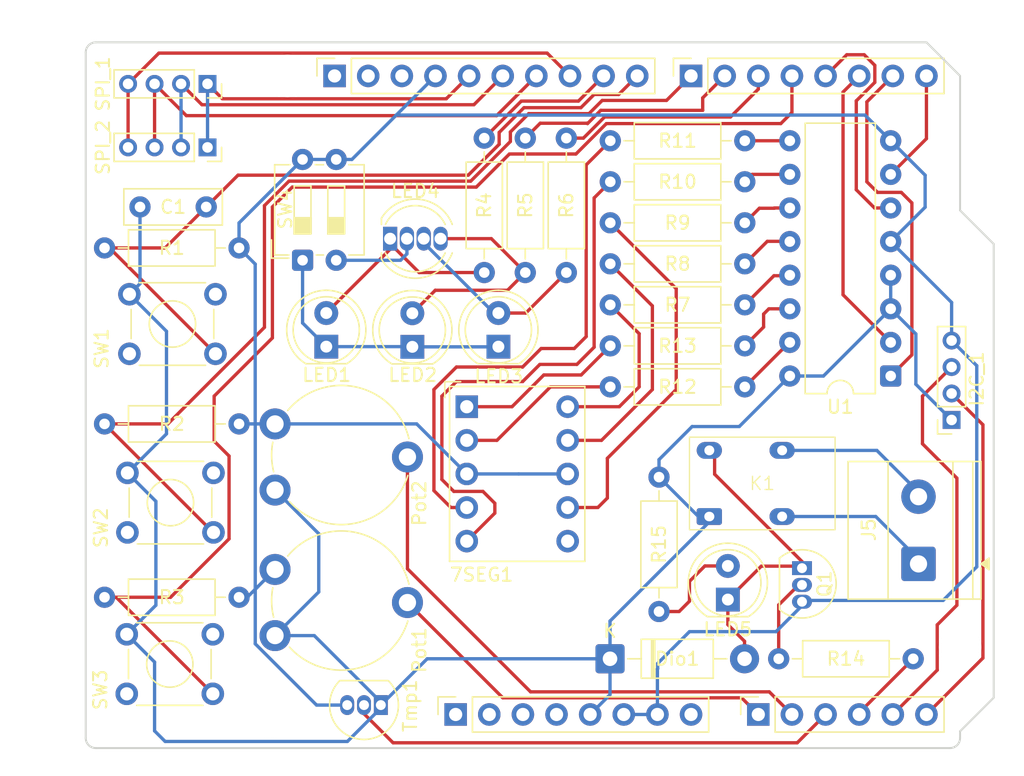
<source format=kicad_pcb>
(kicad_pcb (version 20241229) (generator "pcbnew") (generator_version "9.0")
  (title_block (date "mar. 31 mars 2015"))
  (layers (0 "F.Cu" signal) (2 "B.Cu" signal) (13 "F.Paste" user) (15 "B.Paste" user) (5 "F.SilkS" user "F.Silkscreen") (7 "B.SilkS" user "B.Silkscreen") (1 "F.Mask" user) (3 "B.Mask" user) (25 "Edge.Cuts" user))
  (net 0 "")
  (net 1 "GND")
  (net 3 "+5V")
  (net 4 "/IOREF")
  (net 5 "/A0")
  (net 6 "/A1")
  (net 7 "/A2")
  (net 8 "/A3")
  (net 9 "/SDA{slash}A4")
  (net 10 "/SCL{slash}A5")
  (net 11 "Net-(7SEG1-G)")
  (net 12 "Net-(7SEG1-E)")
  (net 13 "/AREF")
  (net 14 "/8")
  (net 15 "/7")
  (net 16 "Net-(7SEG1-A)")
  (net 18 "/*9")
  (net 19 "/4")
  (net 20 "/2")
  (net 21 "/*6")
  (net 22 "/*5")
  (net 23 "/TX{slash}1")
  (net 24 "/*3")
  (net 25 "/RX{slash}0")
  (net 26 "+3V3")
  (net 27 "VCC")
  (net 28 "/~{RESET}")
  (net 29 "Net-(7SEG1-C)")
  (net 30 "Net-(7SEG1-B)")
  (net 31 "Net-(7SEG1-D)")
  (net 32 "Net-(7SEG1-F)")
  (net 33 "Net-(Dio1-A)")
  (net 34 "/*11_COPI")
  (net 35 "/12_CIPO")
  (net 36 "/13_SCK")
  (net 37 "/*10_CS")
  (net 38 "Net-(Q1-B)")
  (net 39 "Net-(LED5-A)")
  (net 40 "Net-(U1-a)")
  (net 41 "Net-(U1-b)")
  (net 42 "Net-(U1-c)")
  (net 43 "Net-(U1-d)")
  (net 44 "Net-(U1-e)")
  (net 45 "Net-(U1-f)")
  (net 46 "Net-(U1-g)")
  (net 47 "Net-(LED4-K)")
  (net 51 "Net-(J5-Pin_2)")
  (net 52 "Net-(J5-Pin_1)")
  (net 56 "/SCL")
  (net 57 "/SDA")
  (net 58 "Net-(LED1-K)")
  (net 59 "Net-(LED1-A)")
  (net 60 "Net-(LED2-A)")
  (net 61 "Net-(LED3-A)")
  (footprint "Connector_PinSocket_2.54mm:PinSocket_1x08_P2.54mm_Vertical" (layer "F.Cu") (at 127.94 97.46 90)
    (property "Reference" "J1" (hide yes))
    (property "Value" "Power")
  )
  (footprint "Connector_PinSocket_2.54mm:PinSocket_1x06_P2.54mm_Vertical" (layer "F.Cu") (at 150.8 97.46 90)
    (property "Reference" "J3" (hide yes))
    (property "Value" "Analog")
  )
  (footprint "Connector_PinSocket_2.54mm:PinSocket_1x10_P2.54mm_Vertical" (layer "F.Cu") (at 118.796 49.2 90)
    (property "Reference" "J2" (hide yes))
    (property "Value" "Digital/PWM")
  )
  (footprint "Connector_PinSocket_2.54mm:PinSocket_1x08_P2.54mm_Vertical" (layer "F.Cu") (at 145.72 49.2 90)
    (property "Reference" "J4" (hide yes))
    (property "Value" "Digital/PWM")
  )
  (footprint "Package_TO_SOT_THT:TO-92L_Inline" (layer "F.Cu") (at 154.1 86.4 -90)
    (property "Reference" "Q1")
    (property "Value" "BC547")
  )
  (footprint "LED_THT:LED_D5.0mm" (layer "F.Cu") (at 118.168697 69.66 90)
    (property "Reference" "LED1")
    (property "Value" "LED_R")
  )
  (footprint "Diode_THT:D_DO-41_SOD81_P10.16mm_Horizontal" (layer "F.Cu") (at 139.6 93.25)
    (property "Reference" "Dio1")
    (property "Value" "1N4007")
  )
  (footprint "LED_THT:LED_D5.0mm" (layer "F.Cu") (at 148.5 88.775 90)
    (property "Reference" "LED5")
    (property "Value" "LED_Y")
  )
  (footprint "joel_library:IMB03ITS" (layer "F.Cu") (at 151.1 80)
    (property "Reference" "K1")
    (property "Value" "~")
  )
  (footprint "Display_7Segment:Sx39-1xxxxx" (layer "F.Cu") (at 128.78 74.2)
    (property "Reference" "7SEG1")
    (property "Value" "ELS-431SURWA/S530-A2")
  )
  (footprint "Resistor_THT:R_Axial_DIN0207_L6.3mm_D2.5mm_P10.16mm_Horizontal" (layer "F.Cu") (at 149.78 54.1 180)
    (property "Reference" "R11")
    (property "Value" "R")
  )
  (footprint "Resistor_THT:R_Axial_DIN0207_L6.3mm_D2.5mm_P10.16mm_Horizontal" (layer "F.Cu") (at 149.78 63.4 180)
    (property "Reference" "R8")
    (property "Value" "R")
  )
  (footprint "joel_library:TerminalBlock_Phoenix_MKDS-1,5-2-5.08_1x02_P5.08mm_Horizontal" (layer "F.Cu") (at 162.9 86.08 90)
    (property "Reference" "J5")
    (property "Value" "Terminal_01x02")
  )
  (footprint "Resistor_THT:R_Axial_DIN0207_L6.3mm_D2.5mm_P10.16mm_Horizontal" (layer "F.Cu") (at 143.3 79.52 -90)
    (property "Reference" "R15")
    (property "Value" "220")
  )
  (footprint "Package_DIP:DIP-16_W7.62mm" (layer "F.Cu") (at 160.8 71.88 180)
    (property "Reference" "U1")
    (property "Value" "74HCT4511")
  )
  (footprint "LED_THT:LED_D5.0mm" (layer "F.Cu") (at 124.668697 69.675 90)
    (property "Reference" "LED2")
    (property "Value" "LED_G")
  )
  (footprint "Resistor_THT:R_Axial_DIN0207_L6.3mm_D2.5mm_P10.16mm_Horizontal" (layer "F.Cu") (at 149.78 57.2 180)
    (property "Reference" "R10")
    (property "Value" "R")
  )
  (footprint "Resistor_THT:R_Axial_DIN0207_L6.3mm_D2.5mm_P10.16mm_Horizontal" (layer "F.Cu") (at 101.42 88.6)
    (property "Reference" "R3")
    (property "Value" "10 k")
  )
  (footprint "joel_library:RND_Tactile_Switch_THT" (layer "F.Cu") (at 103.1 91.4)
    (property "Reference" "SW3")
    (property "Value" "SW_pin_15")
  )
  (footprint "Capacitor_THT:C_Rect_L7.2mm_W2.5mm_P5.00mm_FKS2_FKP2_MKS2_MKP2" (layer "F.Cu") (at 104.1 59.1)
    (property "Reference" "C1")
    (property "Value" "22 nF")
  )
  (footprint "Resistor_THT:R_Axial_DIN0207_L6.3mm_D2.5mm_P10.16mm_Horizontal" (layer "F.Cu") (at 149.78 66.5 180)
    (property "Reference" "R7")
    (property "Value" "220")
  )
  (footprint "Package_TO_SOT_THT:TO-92_Inline" (layer "F.Cu") (at 122.29 96.75 180)
    (property "Reference" "Tmp1")
    (property "Value" "TMP36")
  )
  (footprint "Button_Switch_THT:SW_DIP_SPSTx02_Slide_6.7x6.64mm_W7.62mm_P2.54mm_LowProfile" (layer "F.Cu") (at 116.378697 63.131845 90)
    (property "Reference" "SW4")
    (property "Value" "SW_DIP_x02")
  )
  (footprint "Resistor_THT:R_Axial_DIN0207_L6.3mm_D2.5mm_P10.16mm_Horizontal" (layer "F.Cu") (at 101.42 75.5)
    (property "Reference" "R2")
    (property "Value" "10k")
  )
  (footprint "Arduino_MountingHole:MountingHole_3.2mm" (layer "F.Cu") (at 115.24 49.2)
    (property "Reference" "MH1" (hide yes))
    (property "Value" "MountingHole_3.2mm" (hide yes))
  )
  (footprint "Resistor_THT:R_Axial_DIN0207_L6.3mm_D2.5mm_P10.16mm_Horizontal" (layer "F.Cu") (at 136.3 53.9 -90)
    (property "Reference" "R6")
    (property "Value" "220")
  )
  (footprint "Resistor_THT:R_Axial_DIN0207_L6.3mm_D2.5mm_P10.16mm_Horizontal" (layer "F.Cu") (at 162.5 93.25 180)
    (property "Reference" "R14")
    (property "Value" "1k")
  )
  (footprint "Resistor_THT:R_Axial_DIN0207_L6.3mm_D2.5mm_P10.16mm_Horizontal" (layer "F.Cu") (at 149.78 72.7 180)
    (property "Reference" "R12")
    (property "Value" "R")
  )
  (footprint "LED_THT:LED_D5.0mm-4_RGB" (layer "F.Cu") (at 122.99 61.5)
    (property "Reference" "LED4")
    (property "Value" "LED_RKBG")
  )
  (footprint "Resistor_THT:R_Axial_DIN0207_L6.3mm_D2.5mm_P10.16mm_Horizontal" (layer "F.Cu") (at 130.1 53.9 -90)
    (property "Reference" "R4")
    (property "Value" "220")
  )
  (footprint "LED_THT:LED_D5.0mm" (layer "F.Cu") (at 131.168697 69.66 90)
    (property "Reference" "LED3")
    (property "Value" "LED_B")
  )
  (footprint "joel_library:RND_Tactile_Switch_THT" (layer "F.Cu") (at 103.15 79.2)
    (property "Reference" "SW2")
    (property "Value" "SW_pin_14")
  )
  (footprint "joel_library:RND_Tactile_Switch_THT" (layer "F.Cu") (at 103.3 65.7)
    (property "Reference" "SW1")
    (property "Value" "SW_pin_13")
  )
  (footprint "Potentiometer_THT:Potentiometer_Piher_PT-10-V10_Vertical" (layer "F.Cu") (at 114.3 80.5)
    (property "Reference" "Pot2")
    (property "Value" "10k")
  )
  (footprint "Resistor_THT:R_Axial_DIN0207_L6.3mm_D2.5mm_P10.16mm_Horizontal" (layer "F.Cu") (at 149.78 60.3 180)
    (property "Reference" "R9")
    (property "Value" "R")
  )
  (footprint "Resistor_THT:R_Axial_DIN0207_L6.3mm_D2.5mm_P10.16mm_Horizontal" (layer "F.Cu") (at 133.2 53.9 -90)
    (property "Reference" "R5")
    (property "Value" "220")
  )
  (footprint "Connector_PinSocket_2.00mm:PinSocket_1x04_P2.00mm_Vertical" (layer "F.Cu") (at 109.2 54.6 -90)
    (property "Reference" "SPI_2")
    (property "Value" "SPI_Connector_2")
  )
  (footprint "Resistor_THT:R_Axial_DIN0207_L6.3mm_D2.5mm_P10.16mm_Horizontal" (layer "F.Cu") (at 149.78 69.6 180)
    (property "Reference" "R13")
    (property "Value" "R")
  )
  (footprint "Connector_PinSocket_2.00mm:PinSocket_1x04_P2.00mm_Vertical" (layer "F.Cu") (at 109.2 49.8 -90)
    (property "Reference" "SPI_1")
    (property "Value" "SPI_Connector_1")
  )
  (footprint "Arduino_MountingHole:MountingHole_3.2mm" (layer "F.Cu") (at 113.97 97.46)
    (property "Reference" "MH2" (hide yes))
    (property "Value" "MountingHole_3.2mm" (hide yes))
  )
  (footprint "Arduino_MountingHole:MountingHole_3.2mm" (layer "F.Cu") (at 166.04 64.44)
    (property "Reference" "MH3" (hide yes))
    (property "Value" "MountingHole_3.2mm" (hide yes))
  )
  (footprint "Resistor_THT:R_Axial_DIN0207_L6.3mm_D2.5mm_P10.16mm_Horizontal" (layer "F.Cu") (at 101.42 62.2)
    (property "Reference" "R1")
    (property "Value" "10k")
  )
  (footprint "Potentiometer_THT:Potentiometer_Piher_PT-10-V10_Vertical" (layer "F.Cu") (at 114.3 91.5)
    (property "Reference" "Pot1")
    (property "Value" "10k")
  )
  (footprint "Arduino_MountingHole:MountingHole_3.2mm" (layer "F.Cu") (at 166.04 92.38)
    (property "Reference" "MH4" (hide yes))
    (property "Value" "MountingHole_3.2mm" (hide yes))
  )
  (footprint "Connector_PinSocket_2.00mm:PinSocket_1x04_P2.00mm_Vertical" (layer "F.Cu") (at 165.4 75.2 180)
    (property "Reference" "I2C_1")
    (property "Value" "I2C_Connector")
  )
  (gr_line (start 166.04 59.36) (end 168.58 61.9) (stroke (width 0.15)) (layer "Edge.Cuts"))
  (gr_line (start 100 99.238) (end 100 47.422) (stroke (width 0.15)) (layer "Edge.Cuts"))
  (gr_line (start 168.58 61.9) (end 168.58 96.19) (stroke (width 0.15)) (layer "Edge.Cuts"))
  (gr_line (start 165.278 100) (end 100.762 100) (stroke (width 0.15)) (layer "Edge.Cuts"))
  (gr_line (start 100.762 46.66) (end 163.5 46.66) (stroke (width 0.15)) (layer "Edge.Cuts"))
  (gr_arc (start 100.762 100) (mid 100.223185 99.776815) (end 100 99.238) (stroke (width 0.15)) (layer "Edge.Cuts"))
  (gr_line (start 168.58 96.19) (end 166.04 98.73) (stroke (width 0.15)) (layer "Edge.Cuts"))
  (gr_line (start 163.5 46.66) (end 166.04 49.2) (stroke (width 0.15)) (layer "Edge.Cuts"))
  (gr_arc (start 166.04 99.238) (mid 165.816815 99.776815) (end 165.278 100) (stroke (width 0.15)) (layer "Edge.Cuts"))
  (gr_line (start 166.04 49.2) (end 166.04 59.36) (stroke (width 0.15)) (layer "Edge.Cuts"))
  (gr_line (start 166.04 98.73) (end 166.04 99.238) (stroke (width 0.15)) (layer "Edge.Cuts"))
  (gr_arc (start 100 47.422) (mid 100.223185 46.883185) (end 100.762 46.66) (stroke (width 0.15)) (layer "Edge.Cuts"))
  (segment (start 112.804 88) (end 112.804 92.119664) (width 0.25) (layer "B.Cu") (net 1))
  (segment (start 164.76 88.84) (end 154.2 88.84) (width 0.25) (layer "B.Cu") (net 1))
  (segment (start 128.78 79.28) (end 132.7 79.28) (width 0.25) (layer "B.Cu") (net 1))
  (segment (start 163.4 59.12) (end 163.4 56.7) (width 0.25) (layer "B.Cu") (net 1))
  (segment (start 114.3 75.5) (end 125 75.5) (width 0.25) (layer "B.Cu") (net 1))
  (segment (start 140.64 97.46) (end 143.18 97.46) (width 0.25) (layer "B.Cu") (net 1))
  (segment (start 112.8 75.5) (end 114.3 75.5) (width 0.25) (layer "B.Cu") (net 1))
  (segment (start 158.858 52.158) (end 123.458 52.158) (width 0.25) (layer "B.Cu") (net 1))
  (segment (start 143.18 94.02) (end 143.18 97.46) (width 0.25) (layer "B.Cu") (net 1))
  (segment (start 152.14 91.2) (end 145.6 91.2) (width 0.25) (layer "B.Cu") (net 1))
  (segment (start 160.8 54.1) (end 158.858 52.158) (width 0.25) (layer "B.Cu") (net 1))
  (segment (start 154.1 89.24) (end 152.14 91.2) (width 0.25) (layer "B.Cu") (net 1))
  (segment (start 111.58 88.6) (end 112.2 88.6) (width 0.25) (layer "B.Cu") (net 1))
  (segment (start 154.1 88.94) (end 154.1 89.24) (width 0.25) (layer "B.Cu") (net 1))
  (segment (start 111.58 62.2) (end 111.58 60.310542) (width 0.25) (layer "B.Cu") (net 1))
  (segment (start 112.804 88) (end 112.804 75.504) (width 0.25) (layer "B.Cu") (net 1))
  (segment (start 145.6 91.2) (end 143.2 93.6) (width 0.25) (layer "B.Cu") (net 1))
  (segment (start 120.104155 55.511845) (end 123.458 52.158) (width 0.25) (layer "B.Cu") (net 1))
  (segment (start 167.3 71.1) (end 167.3 86.3) (width 0.25) (layer "B.Cu") (net 1))
  (segment (start 165.4 66.32) (end 160.8 61.72) (width 0.25) (layer "B.Cu") (net 1))
  (segment (start 163.4 56.7) (end 160.8 54.1) (width 0.25) (layer "B.Cu") (net 1))
  (segment (start 112.804 75.504) (end 112.8 75.5) (width 0.25) (layer "B.Cu") (net 1))
  (segment (start 154.2 88.84) (end 154.1 88.94) (width 0.25) (layer "B.Cu") (net 1))
  (segment (start 165.4 69.2) (end 165.4 66.32) (width 0.25) (layer "B.Cu") (net 1))
  (segment (start 165.4 69.2) (end 167.3 71.1) (width 0.25) (layer "B.Cu") (net 1))
  (segment (start 112.8 75.5) (end 112.8 63.42) (width 0.25) (layer "B.Cu") (net 1))
  (segment (start 113 87.8) (end 112.804 87.996) (width 0.25) (layer "B.Cu") (net 1))
  (segment (start 111.58 60.310542) (end 116.378697 55.511845) (width 0.25) (layer "B.Cu") (net 1))
  (segment (start 160.8 61.72) (end 163.4 59.12) (width 0.25) (layer "B.Cu") (net 1))
  (segment (start 112.804 87.996) (end 112.804 88) (width 0.25) (layer "B.Cu") (net 1))
  (segment (start 116.378697 55.511845) (end 118.918697 55.511845) (width 0.25) (layer "B.Cu") (net 1))
  (segment (start 125 75.5) (end 128.78 79.28) (width 0.25) (layer "B.Cu") (net 1))
  (segment (start 118.918697 55.511845) (end 120.104155 55.511845) (width 0.25) (layer "B.Cu") (net 1))
  (segment (start 112.8 63.42) (end 111.58 62.2) (width 0.25) (layer "B.Cu") (net 1))
  (segment (start 111.58 75.5) (end 112.8 75.5) (width 0.25) (layer "B.Cu") (net 1))
  (segment (start 112.2 88.6) (end 113 87.8) (width 0.25) (layer "B.Cu") (net 1))
  (segment (start 117.434336 96.75) (end 119.75 96.75) (width 0.25) (layer "B.Cu") (net 1))
  (segment (start 143.2 93.6) (end 143.2 94) (width 0.25) (layer "B.Cu") (net 1))
  (segment (start 113 87.8) (end 114.3 86.5) (width 0.25) (layer "B.Cu") (net 1))
  (segment (start 167.3 86.3) (end 164.76 88.84) (width 0.25) (layer "B.Cu") (net 1))
  (segment (start 112.804 92.119664) (end 117.434336 96.75) (width 0.25) (layer "B.Cu") (net 1))
  (segment (start 123.458 52.158) (end 126.416 49.2) (width 0.25) (layer "B.Cu") (net 1))
  (segment (start 132.7 79.28) (end 136.4 79.28) (width 0.25) (layer "B.Cu") (net 1))
  (segment (start 143.2 94) (end 143.18 94.02) (width 0.25) (layer "B.Cu") (net 1))
  (segment (start 114.3 91.5) (end 117.6 88.2) (width 0.25) (layer "B.Cu") (net 3))
  (segment (start 147.1 82.5) (end 146.28 82.5) (width 0.25) (layer "B.Cu") (net 3))
  (segment (start 119.765 99.5) (end 122.29 96.975) (width 0.25) (layer "B.Cu") (net 3))
  (segment (start 105.3 89.2) (end 103.1 91.4) (width 0.25) (layer "B.Cu") (net 3))
  (segment (start 117.265 91.5) (end 114.3 91.5) (width 0.25) (layer "B.Cu") (net 3))
  (segment (start 103.1 91.4) (end 105.2 93.5) (width 0.25) (layer "B.Cu") (net 3))
  (segment (start 139.6 90.4) (end 147.1 82.9) (width 0.25) (layer "B.Cu") (net 3))
  (segment (start 125.79 93.25) (end 139.6 93.25) (width 0.25) (layer "B.Cu") (net 3))
  (segment (start 105.3 81.35) (end 105.3 89.2) (width 0.25) (layer "B.Cu") (net 3))
  (segment (start 160.8 66.8) (end 162.701 68.701) (width 0.25) (layer "B.Cu") (net 3))
  (segment (start 106.1 76.25) (end 106.1 68.5) (width 0.25) (layer "B.Cu") (net 3))
  (segment (start 104.1 64.9) (end 103.3 65.7) (width 0.25) (layer "B.Cu") (net 3))
  (segment (start 106.1 68.5) (end 103.3 65.7) (width 0.25) (layer "B.Cu") (net 3))
  (segment (start 103.15 79.2) (end 106.1 76.25) (width 0.25) (layer "B.Cu") (net 3))
  (segment (start 122.29 96.975) (end 122.29 96.75) (width 0.25) (layer "B.Cu") (net 3))
  (segment (start 162.701 68.701) (end 162.701 72.501) (width 0.25) (layer "B.Cu") (net 3))
  (segment (start 145.8 75.7) (end 149.36 75.7) (width 0.25) (layer "B.Cu") (net 3))
  (segment (start 103.15 79.2) (end 105.3 81.35) (width 0.25) (layer "B.Cu") (net 3))
  (segment (start 153.18 71.88) (end 155.72 71.88) (width 0.25) (layer "B.Cu") (net 3))
  (segment (start 162.701 72.501) (end 165.4 75.2) (width 0.25) (layer "B.Cu") (net 3))
  (segment (start 160.8 64.26) (end 160.8 66.8) (width 0.25) (layer "B.Cu") (net 3))
  (segment (start 105.2 98.7) (end 106 99.5) (width 0.25) (layer "B.Cu") (net 3))
  (segment (start 147.1 82.9) (end 147.1 82.5) (width 0.25) (layer "B.Cu") (net 3))
  (segment (start 139.6 93.25) (end 139.6 90.4) (width 0.25) (layer "B.Cu") (net 3))
  (segment (start 122.29 96.75) (end 125.79 93.25) (width 0.25) (layer "B.Cu") (net 3))
  (segment (start 104.1 59.1) (end 104.1 64.9) (width 0.25) (layer "B.Cu") (net 3))
  (segment (start 155.72 71.88) (end 160.8 66.8) (width 0.25) (layer "B.Cu") (net 3))
  (segment (start 149.36 75.7) (end 153.18 71.88) (width 0.25) (layer "B.Cu") (net 3))
  (segment (start 117.6 83.8) (end 114.3 80.5) (width 0.25) (layer "B.Cu") (net 3))
  (segment (start 146.28 82.5) (end 143.3 79.52) (width 0.25) (layer "B.Cu") (net 3))
  (segment (start 139.6 95.96) (end 139.6 93.25) (width 0.25) (layer "B.Cu") (net 3))
  (segment (start 106 99.5) (end 119.765 99.5) (width 0.25) (layer "B.Cu") (net 3))
  (segment (start 122.29 96.75) (end 122.29 96.525) (width 0.25) (layer "B.Cu") (net 3))
  (segment (start 117.6 88.2) (end 117.6 83.8) (width 0.25) (layer "B.Cu") (net 3))
  (segment (start 138.1 97.46) (end 139.6 95.96) (width 0.25) (layer "B.Cu") (net 3))
  (segment (start 143.3 78.2) (end 145.8 75.7) (width 0.25) (layer "B.Cu") (net 3))
  (segment (start 105.2 93.5) (end 105.2 98.7) (width 0.25) (layer "B.Cu") (net 3))
  (segment (start 143.3 79.52) (end 143.3 78.2) (width 0.25) (layer "B.Cu") (net 3))
  (segment (start 122.29 96.525) (end 117.265 91.5) (width 0.25) (layer "B.Cu") (net 3))
  (segment (start 131.5 96.2) (end 149.54 96.2) (width 0.25) (layer "F.Cu") (net 5))
  (segment (start 124.3 89) (end 131.5 96.2) (width 0.25) (layer "F.Cu") (net 5))
  (segment (start 149.54 96.2) (end 150.8 97.46) (width 0.25) (layer "F.Cu") (net 5))
  (segment (start 133.6 95.749) (end 151.629 95.749) (width 0.25) (layer "F.Cu") (net 6))
  (segment (start 124.3 78) (end 124.3 86.449) (width 0.25) (layer "F.Cu") (net 6))
  (segment (start 124.3 86.449) (end 133.6 95.749) (width 0.25) (layer "F.Cu") (net 6))
  (segment (start 151.629 95.749) (end 153.34 97.46) (width 0.25) (layer "F.Cu") (net 6))
  (segment (start 121.02 97.407) (end 123.213 99.6) (width 0.25) (layer "F.Cu") (net 7))
  (segment (start 153.74 99.6) (end 155.88 97.46) (width 0.25) (layer "F.Cu") (net 7))
  (segment (start 121.02 96.75) (end 121.02 97.407) (width 0.25) (layer "F.Cu") (net 7))
  (segment (start 123.213 99.6) (end 153.74 99.6) (width 0.25) (layer "F.Cu") (net 7))
  (segment (start 158.42 97.33) (end 158.42 97.46) (width 0.25) (layer "F.Cu") (net 8))
  (segment (start 162.5 93.25) (end 158.42 97.33) (width 0.25) (layer "F.Cu") (net 8))
  (segment (start 164.314 90.686) (end 165.8 89.2) (width 0.25) (layer "F.Cu") (net 9))
  (segment (start 165.8 89.2) (end 165.8 79.6) (width 0.25) (layer "F.Cu") (net 9))
  (segment (start 163.2 77) (end 163.2 73.4) (width 0.25) (layer "F.Cu") (net 9))
  (segment (start 160.96 97.46) (end 164.314 94.106) (width 0.25) (layer "F.Cu") (net 9))
  (segment (start 163.2 73.4) (end 165.4 71.2) (width 0.25) (layer "F.Cu") (net 9))
  (segment (start 164.314 94.106) (end 164.314 90.686) (width 0.25) (layer "F.Cu") (net 9))
  (segment (start 165.8 79.6) (end 163.2 77) (width 0.25) (layer "F.Cu") (net 9))
  (segment (start 167.766 75.566) (end 165.4 73.2) (width 0.25) (layer "F.Cu") (net 10))
  (segment (start 163.5 97.46) (end 167.766 93.194) (width 0.25) (layer "F.Cu") (net 10))
  (segment (start 167.766 93.194) (end 167.766 75.566) (width 0.25) (layer "F.Cu") (net 10))
  (segment (start 128.78 74.2) (end 132.2 74.2) (width 0.25) (layer "F.Cu") (net 11))
  (segment (start 132.2 74.2) (end 134.6 71.8) (width 0.25) (layer "F.Cu") (net 11))
  (segment (start 137.42 71.8) (end 139.62 69.6) (width 0.25) (layer "F.Cu") (net 11))
  (segment (start 134.6 71.8) (end 137.42 71.8) (width 0.25) (layer "F.Cu") (net 11))
  (segment (start 137.8 68.9) (end 137.8 55.92) (width 0.25) (layer "F.Cu") (net 12))
  (segment (start 126.3 72.9) (end 128 71.2) (width 0.25) (layer "F.Cu") (net 12))
  (segment (start 134.4 69.8) (end 136.9 69.8) (width 0.25) (layer "F.Cu") (net 12))
  (segment (start 136.9 69.8) (end 137.8 68.9) (width 0.25) (layer "F.Cu") (net 12))
  (segment (start 128.78 81.82) (end 127.577919 81.82) (width 0.25) (layer "F.Cu") (net 12))
  (segment (start 133 71.2) (end 134.4 69.8) (width 0.25) (layer "F.Cu") (net 12))
  (segment (start 127.577919 81.82) (end 126.3 80.542081) (width 0.25) (layer "F.Cu") (net 12))
  (segment (start 126.3 80.542081) (end 126.3 72.9) (width 0.25) (layer "F.Cu") (net 12))
  (segment (start 128 71.2) (end 133 71.2) (width 0.25) (layer "F.Cu") (net 12))
  (segment (start 137.8 55.92) (end 139.62 54.1) (width 0.25) (layer "F.Cu") (net 12))
  (segment (start 131.226 53.474) (end 131.226 54.366405) (width 0.25) (layer "F.Cu") (net 14))
  (segment (start 137.4 51.6) (end 133.1 51.6) (width 0.25) (layer "F.Cu") (net 14))
  (segment (start 131.226 54.366405) (end 128.892405 56.7) (width 0.25) (layer "F.Cu") (net 14))
  (segment (start 101.8 62.2) (end 101.42 62.2) (width 0.25) (layer "F.Cu") (net 14))
  (segment (start 141.656 49.2) (end 140.256 50.6) (width 0.25) (layer "F.Cu") (net 14))
  (segment (start 140.256 50.6) (end 138.4 50.6) (width 0.25) (layer "F.Cu") (net 14))
  (segment (start 101.42 62.2) (end 106 62.2) (width 0.25) (layer "F.Cu") (net 14))
  (segment (start 109.8 70.2) (end 101.8 62.2) (width 0.25) (layer "F.Cu") (net 14))
  (segment (start 106 62.2) (end 109.1 59.1) (width 0.25) (layer "F.Cu") (net 14))
  (segment (start 138.4 50.6) (end 137.4 51.6) (width 0.25) (layer "F.Cu") (net 14))
  (segment (start 133.1 51.6) (end 131.226 53.474) (width 0.25) (layer "F.Cu") (net 14))
  (segment (start 128.892405 56.7) (end 111.5 56.7) (width 0.25) (layer "F.Cu") (net 14))
  (segment (start 111.5 56.7) (end 109.1 59.1) (width 0.25) (layer "F.Cu") (net 14))
  (segment (start 113.5 68.2) (end 113.5 59) (width 0.25) (layer "F.Cu") (net 15))
  (segment (start 115.349 57.151) (end 129.079215 57.151) (width 0.25) (layer "F.Cu") (net 15))
  (segment (start 138.01119 52.051) (end 139.01119 51.051) (width 0.25) (layer "F.Cu") (net 15))
  (segment (start 106.2 75.5) (end 113.5 68.2) (width 0.25) (layer "F.Cu") (net 15))
  (segment (start 109.62 83.7) (end 109.65 83.7) (width 0.25) (layer "F.Cu") (net 15))
  (segment (start 101.42 75.5) (end 109.62 83.7) (width 0.25) (layer "F.Cu") (net 15))
  (segment (start 129.079215 57.151) (end 132.074 54.156215) (width 0.25) (layer "F.Cu") (net 15))
  (segment (start 132.074 54.156215) (end 132.074 53.433595) (width 0.25) (layer "F.Cu") (net 15))
  (segment (start 113.5 59) (end 115.349 57.151) (width 0.25) (layer "F.Cu") (net 15))
  (segment (start 143.869 51.051) (end 145.72 49.2) (width 0.25) (layer "F.Cu") (net 15))
  (segment (start 101.42 75.5) (end 106.2 75.5) (width 0.25) (layer "F.Cu") (net 15))
  (segment (start 132.074 53.433595) (end 133.456595 52.051) (width 0.25) (layer "F.Cu") (net 15))
  (segment (start 133.456595 52.051) (end 138.01119 52.051) (width 0.25) (layer "F.Cu") (net 15))
  (segment (start 139.01119 51.051) (end 143.869 51.051) (width 0.25) (layer "F.Cu") (net 15))
  (segment (start 140.3 74.2) (end 141.8 72.7) (width 0.25) (layer "F.Cu") (net 16))
  (segment (start 141.8 72.7) (end 141.8 68.68) (width 0.25) (layer "F.Cu") (net 16))
  (segment (start 141.8 68.68) (end 139.62 66.5) (width 0.25) (layer "F.Cu") (net 16))
  (segment (start 136.4 74.2) (end 140.3 74.2) (width 0.25) (layer "F.Cu") (net 16))
  (segment (start 130.1 53.9) (end 132.9 51.1) (width 0.25) (layer "F.Cu") (net 18))
  (segment (start 132.9 51.1) (end 137.216 51.1) (width 0.25) (layer "F.Cu") (net 18))
  (segment (start 137.216 51.1) (end 139.116 49.2) (width 0.25) (layer "F.Cu") (net 18))
  (segment (start 139.327595 52.8) (end 152.5 52.8) (width 0.25) (layer "F.Cu") (net 19))
  (segment (start 132 55.1) (end 137.027595 55.1) (width 0.25) (layer "F.Cu") (net 19))
  (segment (start 115.598 57.602) (end 129.498 57.602) (width 0.25) (layer "F.Cu") (net 19))
  (segment (start 152.5 52.8) (end 153.34 51.96) (width 0.25) (layer "F.Cu") (net 19))
  (segment (start 129.498 57.602) (end 132 55.1) (width 0.25) (layer "F.Cu") (net 19))
  (segment (start 109.7 73.4) (end 114.1 69) (width 0.25) (layer "F.Cu") (net 19))
  (segment (start 106.413116 88.6) (end 110.826 84.187116) (width 0.25) (layer "F.Cu") (net 19))
  (segment (start 153.34 51.96) (end 153.34 49.2) (width 0.25) (layer "F.Cu") (net 19))
  (segment (start 102.3 88.6) (end 101.42 88.6) (width 0.25) (layer "F.Cu") (net 19))
  (segment (start 110.826 77.926) (end 109.7 76.8) (width 0.25) (layer "F.Cu") (net 19))
  (segment (start 109.6 95.9) (end 102.3 88.6) (width 0.25) (layer "F.Cu") (net 19))
  (segment (start 114.1 59.1) (end 115.598 57.602) (width 0.25) (layer "F.Cu") (net 19))
  (segment (start 101.42 88.6) (end 106.413116 88.6) (width 0.25) (layer "F.Cu") (net 19))
  (segment (start 110.826 84.187116) (end 110.826 77.926) (width 0.25) (layer "F.Cu") (net 19))
  (segment (start 114.1 69) (end 114.1 59.1) (width 0.25) (layer "F.Cu") (net 19))
  (segment (start 137.027595 55.1) (end 139.327595 52.8) (width 0.25) (layer "F.Cu") (net 19))
  (segment (start 109.7 76.8) (end 109.7 73.4) (width 0.25) (layer "F.Cu") (net 19))
  (segment (start 158.42 49.2) (end 157.2 50.42) (width 0.25) (layer "F.Cu") (net 20))
  (segment (start 157.2 65.74) (end 160.8 69.34) (width 0.25) (layer "F.Cu") (net 20))
  (segment (start 157.2 50.42) (end 157.2 65.74) (width 0.25) (layer "F.Cu") (net 20))
  (segment (start 138.9 51.8) (end 146.6 51.8) (width 0.25) (layer "F.Cu") (net 21))
  (segment (start 137.9 52.8) (end 138.9 51.8) (width 0.25) (layer "F.Cu") (net 21))
  (segment (start 137.874 52.774) (end 137.9 52.8) (width 0.25) (layer "F.Cu") (net 21))
  (segment (start 133.2 53.9) (end 134.326 52.774) (width 0.25) (layer "F.Cu") (net 21))
  (segment (start 146.6 50.86) (end 148.26 49.2) (width 0.25) (layer "F.Cu") (net 21))
  (segment (start 146.6 51.8) (end 146.6 50.86) (width 0.25) (layer "F.Cu") (net 21))
  (segment (start 134.326 52.774) (end 137.874 52.774) (width 0.25) (layer "F.Cu") (net 21))
  (segment (start 137.589785 53.9) (end 139.189785 52.3) (width 0.25) (layer "F.Cu") (net 22))
  (segment (start 139.189785 52.3) (end 148.7 52.3) (width 0.25) (layer "F.Cu") (net 22))
  (segment (start 148.7 52.3) (end 150.8 50.2) (width 0.25) (layer "F.Cu") (net 22))
  (segment (start 150.8 50.2) (end 150.8 49.2) (width 0.25) (layer "F.Cu") (net 22))
  (segment (start 136.3 53.9) (end 137.589785 53.9) (width 0.25) (layer "F.Cu") (net 22))
  (segment (start 159.8 58) (end 159 57.2) (width 0.25) (layer "F.Cu") (net 23))
  (segment (start 162.4 70.28) (end 162.4 58.8) (width 0.25) (layer "F.Cu") (net 23))
  (segment (start 159 51.16) (end 160.96 49.2) (width 0.25) (layer "F.Cu") (net 23))
  (segment (start 160.8 71.88) (end 162.4 70.28) (width 0.25) (layer "F.Cu") (net 23))
  (segment (start 159 57.2) (end 159 51.16) (width 0.25) (layer "F.Cu") (net 23))
  (segment (start 161.6 58) (end 159.8 58) (width 0.25) (layer "F.Cu") (net 23))
  (segment (start 162.4 58.8) (end 161.6 58) (width 0.25) (layer "F.Cu") (net 23))
  (segment (start 158.2 57.8) (end 158.2 51.083116) (width 0.25) (layer "F.Cu") (net 24))
  (segment (start 157.48 47.6) (end 155.88 49.2) (width 0.25) (layer "F.Cu") (net 24))
  (segment (start 159.6 48.4) (end 158.8 47.6) (width 0.25) (layer "F.Cu") (net 24))
  (segment (start 158.2 51.083116) (end 159.6 49.683116) (width 0.25) (layer "F.Cu") (net 24))
  (segment (start 160.8 59.18) (end 159.58 59.18) (width 0.25) (layer "F.Cu") (net 24))
  (segment (start 159.58 59.18) (end 158.2 57.8) (width 0.25) (layer "F.Cu") (net 24))
  (segment (start 158.8 47.6) (end 157.48 47.6) (width 0.25) (layer "F.Cu") (net 24))
  (segment (start 159.6 49.683116) (end 159.6 48.4) (width 0.25) (layer "F.Cu") (net 24))
  (segment (start 160.8 56.64) (end 163.5 53.94) (width 0.25) (layer "F.Cu") (net 25))
  (segment (start 163.5 53.94) (end 163.5 49.2) (width 0.25) (layer "F.Cu") (net 25))
  (segment (start 136.4 81.82) (end 138.68 81.82) (width 0.25) (layer "F.Cu") (net 29))
  (segment (start 139.4 81.1) (end 139.4 78.1) (width 0.25) (layer "F.Cu") (net 29))
  (segment (start 144.6 73) (end 144.6 65.28) (width 0.25) (layer "F.Cu") (net 29))
  (segment (start 139.4 78.1) (end 144.5 73) (width 0.25) (layer "F.Cu") (net 29))
  (segment (start 144.5 73) (end 144.6 73) (width 0.25) (layer "F.Cu") (net 29))
  (segment (start 144.6 65.28) (end 139.62 60.3) (width 0.25) (layer "F.Cu") (net 29))
  (segment (start 138.68 81.82) (end 139.4 81.1) (width 0.25) (layer "F.Cu") (net 29))
  (segment (start 136.4 76.74) (end 138.96 76.74) (width 0.25) (layer "F.Cu") (net 30))
  (segment (start 138.96 76.74) (end 142.8 72.9) (width 0.25) (layer "F.Cu") (net 30))
  (segment (start 142.8 72.9) (end 142.8 66.58) (width 0.25) (layer "F.Cu") (net 30))
  (segment (start 142.8 66.58) (end 139.62 63.4) (width 0.25) (layer "F.Cu") (net 30))
  (segment (start 130 80.6) (end 127.8 80.6) (width 0.25) (layer "F.Cu") (net 31))
  (segment (start 128 72.3) (end 133 72.3) (width 0.25) (layer "F.Cu") (net 31))
  (segment (start 130.9 81.5) (end 130 80.6) (width 0.25) (layer "F.Cu") (net 31))
  (segment (start 128.78 84.36) (end 130.9 82.24) (width 0.25) (layer "F.Cu") (net 31))
  (segment (start 130.9 82.24) (end 130.9 81.5) (width 0.25) (layer "F.Cu") (net 31))
  (segment (start 138.4 69.7) (end 138.4 58.42) (width 0.25) (layer "F.Cu") (net 31))
  (segment (start 133 72.3) (end 134.3 71) (width 0.25) (layer "F.Cu") (net 31))
  (segment (start 137.1 71) (end 138.4 69.7) (width 0.25) (layer "F.Cu") (net 31))
  (segment (start 127.8 80.6) (end 126.9 79.7) (width 0.25) (layer "F.Cu") (net 31))
  (segment (start 126.9 73.4) (end 128 72.3) (width 0.25) (layer "F.Cu") (net 31))
  (segment (start 138.4 58.42) (end 139.62 57.2) (width 0.25) (layer "F.Cu") (net 31))
  (segment (start 126.9 79.7) (end 126.9 73.4) (width 0.25) (layer "F.Cu") (net 31))
  (segment (start 134.3 71) (end 137.1 71) (width 0.25) (layer "F.Cu") (net 31))
  (segment (start 135.1 72.7) (end 131.06 76.74) (width 0.25) (layer "F.Cu") (net 32))
  (segment (start 131.06 76.74) (end 128.78 76.74) (width 0.25) (layer "F.Cu") (net 32))
  (segment (start 139.62 72.7) (end 135.1 72.7) (width 0.25) (layer "F.Cu") (net 32))
  (segment (start 151.025 86.25) (end 153.95 86.25) (width 0.25) (layer "F.Cu") (net 33))
  (segment (start 148.5 90.67) (end 149.76 91.93) (width 0.25) (layer "F.Cu") (net 33))
  (segment (start 148.5 88.775) (end 151.025 86.25) (width 0.25) (layer "F.Cu") (net 33))
  (segment (start 147.5 77.9) (end 147.5 79.3) (width 0.25) (layer "F.Cu") (net 33))
  (segment (start 154.1 85.9) (end 154.1 86.4) (width 0.25) (layer "F.Cu") (net 33))
  (segment (start 149.76 91.93) (end 149.76 93.25) (width 0.25) (layer "F.Cu") (net 33))
  (segment (start 147.1 77.5) (end 147.5 77.9) (width 0.25) (layer "F.Cu") (net 33))
  (segment (start 147.5 79.3) (end 154.1 85.9) (width 0.25) (layer "F.Cu") (net 33))
  (segment (start 148.5 88.775) (end 148.5 90.67) (width 0.25) (layer "F.Cu") (net 33))
  (segment (start 153.95 86.25) (end 154.1 86.4) (width 0.25) (layer "F.Cu") (net 33))
  (segment (start 105.2 49.8) (end 107.6 52.2) (width 0.25) (layer "F.Cu") (net 34))
  (segment (start 105.2 54.6) (end 105.2 49.8) (width 0.25) (layer "F.Cu") (net 34))
  (segment (start 131.036 52.2) (end 134.036 49.2) (width 0.25) (layer "F.Cu") (net 34))
  (segment (start 107.6 52.2) (end 131.036 52.2) (width 0.25) (layer "F.Cu") (net 34))
  (segment (start 107.2 49.8) (end 108.777 51.377) (width 0.25) (layer "F.Cu") (net 35))
  (segment (start 129.319 51.377) (end 131.496 49.2) (width 0.25) (layer "F.Cu") (net 35))
  (segment (start 108.777 51.377) (end 129.319 51.377) (width 0.25) (layer "F.Cu") (net 35))
  (segment (start 107.2 54.6) (end 107.2 49.8) (width 0.25) (layer "B.Cu") (net 35))
  (segment (start 109.2 49.8) (end 110.326 50.926) (width 0.25) (layer "F.Cu") (net 36))
  (segment (start 110.326 50.926) (end 127.23 50.926) (width 0.25) (layer "F.Cu") (net 36))
  (segment (start 127.23 50.926) (end 128.956 49.2) (width 0.25) (layer "F.Cu") (net 36))
  (segment (start 109.2 54.6) (end 109.2 49.8) (width 0.25) (layer "B.Cu") (net 36))
  (segment (start 103.2 49.8) (end 105.526 47.474) (width 0.25) (layer "F.Cu") (net 37))
  (segment (start 105.526 47.474) (end 134.85 47.474) (width 0.25) (layer "F.Cu") (net 37))
  (segment (start 134.85 47.474) (end 136.576 49.2) (width 0.25) (layer "F.Cu") (net 37))
  (segment (start 103.2 54.6) (end 103.2 49.8) (width 0.25) (layer "F.Cu") (net 37))
  (segment (start 152.34 89.18) (end 152.34 93.25) (width 0.25) (layer "F.Cu") (net 38))
  (segment (start 154.191504 87.67) (end 154.341504 87.52) (width 0.25) (layer "F.Cu") (net 38))
  (segment (start 154.1 87.67) (end 154.191504 87.67) (width 0.25) (layer "F.Cu") (net 38))
  (segment (start 153.95 87.57) (end 152.34 89.18) (width 0.25) (layer "F.Cu") (net 38))
  (segment (start 154 87.57) (end 153.95 87.57) (width 0.25) (layer "F.Cu") (net 38))
  (segment (start 154.1 87.67) (end 154 87.57) (width 0.25) (layer "F.Cu") (net 38))
  (segment (start 143.3 89.68) (end 144.82 89.68) (width 0.25) (layer "F.Cu") (net 39))
  (segment (start 145.6 88.9) (end 145.6 87.4) (width 0.25) (layer "F.Cu") (net 39))
  (segment (start 145.6 87.4) (end 146.765 86.235) (width 0.25) (layer "F.Cu") (net 39))
  (segment (start 146.765 86.235) (end 148.5 86.235) (width 0.25) (layer "F.Cu") (net 39))
  (segment (start 144.82 89.68) (end 145.6 88.9) (width 0.25) (layer "F.Cu") (net 39))
  (segment (start 151.98 64.3) (end 153.14 64.3) (width 0.25) (layer "F.Cu") (net 40))
  (segment (start 153.14 64.3) (end 153.18 64.26) (width 0.25) (layer "F.Cu") (net 40))
  (segment (start 149.78 66.5) (end 151.98 64.3) (width 0.25) (layer "F.Cu") (net 40))
  (segment (start 153.16 61.7) (end 153.18 61.72) (width 0.25) (layer "F.Cu") (net 41))
  (segment (start 149.78 63.4) (end 151.48 61.7) (width 0.25) (layer "F.Cu") (net 41))
  (segment (start 151.48 61.7) (end 153.16 61.7) (width 0.25) (layer "F.Cu") (net 41))
  (segment (start 152.02 59.18) (end 153.18 59.18) (width 0.25) (layer "F.Cu") (net 42))
  (segment (start 152 59.2) (end 152.02 59.18) (width 0.25) (layer "F.Cu") (net 42))
  (segment (start 149.78 60.3) (end 150.88 59.2) (width 0.25) (layer "F.Cu") (net 42))
  (segment (start 150.88 59.2) (end 152 59.2) (width 0.25) (layer "F.Cu") (net 42))
  (segment (start 153.18 56.64) (end 150.34 56.64) (width 0.25) (layer "F.Cu") (net 43))
  (segment (start 150.34 56.64) (end 149.78 57.2) (width 0.25) (layer "F.Cu") (net 43))
  (segment (start 153.18 54.1) (end 149.78 54.1) (width 0.25) (layer "F.Cu") (net 44))
  (segment (start 153.14 69.34) (end 153.18 69.34) (width 0.25) (layer "F.Cu") (net 45))
  (segment (start 149.78 72.7) (end 153.14 69.34) (width 0.25) (layer "F.Cu") (net 45))
  (segment (start 151.2 67.2) (end 151.6 66.8) (width 0.25) (layer "F.Cu") (net 46))
  (segment (start 151.6 66.8) (end 153.18 66.8) (width 0.25) (layer "F.Cu") (net 46))
  (segment (start 149.78 69.6) (end 151.2 68.18) (width 0.25) (layer "F.Cu") (net 46))
  (segment (start 151.2 68.18) (end 151.2 67.2) (width 0.25) (layer "F.Cu") (net 46))
  (segment (start 124.26 61.5) (end 124.26 62.65) (width 0.25) (layer "B.Cu") (net 47))
  (segment (start 123.778155 63.131845) (end 118.918697 63.131845) (width 0.25) (layer "B.Cu") (net 47))
  (segment (start 124.26 62.65) (end 123.778155 63.131845) (width 0.25) (layer "B.Cu") (net 47))
  (segment (start 159.67 82.5) (end 162.9 85.73) (width 0.25) (layer "B.Cu") (net 51))
  (segment (start 162.9 85.73) (end 162.9 86.08) (width 0.25) (layer "B.Cu") (net 51))
  (segment (start 152.6 82.5) (end 159.67 82.5) (width 0.25) (layer "B.Cu") (net 51))
  (segment (start 152.6 77.5) (end 159.75 77.5) (width 0.25) (layer "B.Cu") (net 52))
  (segment (start 159.75 77.5) (end 162.9 80.65) (width 0.25) (layer "B.Cu") (net 52))
  (segment (start 162.9 80.65) (end 162.9 81) (width 0.25) (layer "B.Cu") (net 52))
  (segment (start 116.378697 67.87) (end 116.378697 63.131845) (width 0.25) (layer "B.Cu") (net 58))
  (segment (start 118.168697 69.66) (end 116.378697 67.87) (width 0.25) (layer "B.Cu") (net 58))
  (segment (start 131.153697 69.675) (end 131.168697 69.66) (width 0.25) (layer "B.Cu") (net 58))
  (segment (start 124.668697 69.675) (end 131.153697 69.675) (width 0.25) (layer "B.Cu") (net 58))
  (segment (start 124.653697 69.66) (end 124.668697 69.675) (width 0.25) (layer "B.Cu") (net 58))
  (segment (start 118.168697 69.66) (end 124.653697 69.66) (width 0.25) (layer "B.Cu") (net 58))
  (segment (start 118.168697 67.12) (end 122.99 62.298697) (width 0.25) (layer "F.Cu") (net 59))
  (segment (start 122.99 61.5) (end 122.99 61.865) (width 0.25) (layer "F.Cu") (net 59))
  (segment (start 122.99 62.298697) (end 122.99 61.5) (width 0.25) (layer "F.Cu") (net 59))
  (segment (start 122.99 61.865) (end 125.185 64.06) (width 0.25) (layer "F.Cu") (net 59))
  (segment (start 125.185 64.06) (end 130.1 64.06) (width 0.25) (layer "F.Cu") (net 59))
  (segment (start 122.99 61.5) (end 122.99 62.298697) (width 0.25) (layer "B.Cu") (net 59))
  (segment (start 124.668697 67.135) (end 126.4 65.403697) (width 0.25) (layer "F.Cu") (net 60))
  (segment (start 126.4 65.403697) (end 126.4 65.4) (width 0.25) (layer "F.Cu") (net 60))
  (segment (start 126.8 61.5) (end 130.64 61.5) (width 0.25) (layer "F.Cu") (net 60))
  (segment (start 126.4 65.4) (end 131.86 65.4) (width 0.25) (layer "F.Cu") (net 60))
  (segment (start 131.86 65.4) (end 133.2 64.06) (width 0.25) (layer "F.Cu") (net 60))
  (segment (start 130.64 61.5) (end 133.2 64.06) (width 0.25) (layer "F.Cu") (net 60))
  (segment (start 131.168697 67.12) (end 133.24 67.12) (width 0.25) (layer "F.Cu") (net 61))
  (segment (start 133.24 67.12) (end 136.3 64.06) (width 0.25) (layer "F.Cu") (net 61))
  (segment (start 130.837362 67.12) (end 131.168697 67.12) (width 0.25) (layer "B.Cu") (net 61))
  (segment (start 125.53 61.812638) (end 130.837362 67.12) (width 0.25) (layer "B.Cu") (net 61))
  (segment (start 125.53 61.5) (end 125.53 61.812638) (width 0.25) (layer "B.Cu") (net 61))
)
</source>
